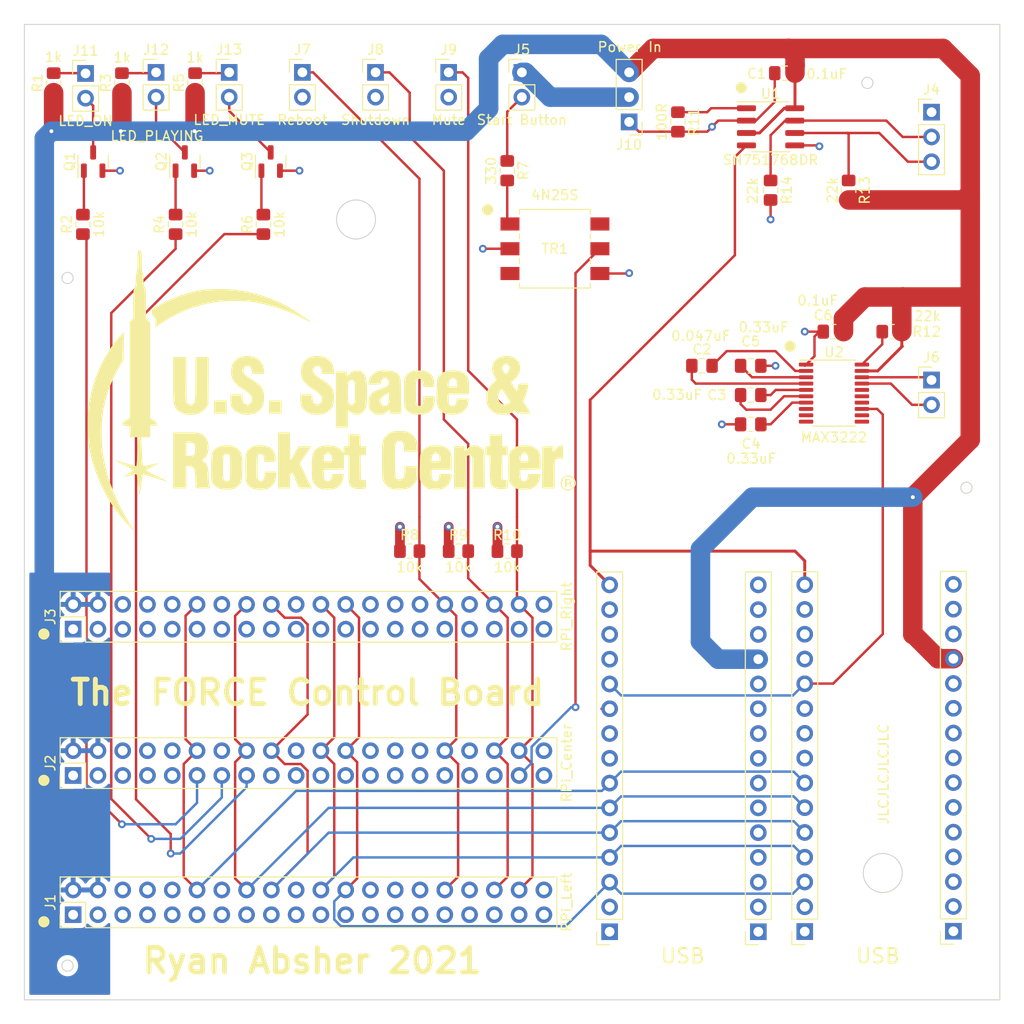
<source format=kicad_pcb>
(kicad_pcb (version 20210606) (generator pcbnew)
  (layers (0 "F.Cu" signal) (1 "In1.Cu" signal) (2 "In2.Cu" signal) (31 "B.Cu" signal) (34 "B.Paste" user) (35 "F.Paste" user) (36 "B.SilkS" user "B.Silkscreen") (37 "F.SilkS" user "F.Silkscreen") (38 "B.Mask" user) (39 "F.Mask" user) (44 "Edge.Cuts" user))
  (net 0 "")
  (net 1 "GND")
  (net 2 "RS_232_DATA")
  (net 3 "DMX_DATA")
  (net 4 "COMM_BIT_0")
  (net 5 "COMM_BIT_1")
  (net 6 "COMM_BIT_2")
  (net 7 "+5V")
  (net 8 "COMM_BIT_3")
  (net 9 "COMM_BIT_4")
  (net 10 "+3V3")
  (net 26 "REBOOT")
  (net 29 "SHUTDOWN")
  (net 31 "MUTE")
  (net 38 "LED_ON")
  (net 39 "LED_PLAYING")
  (net 40 "LED_MUTE")
  (net 70 "DMXB")
  (net 71 "DMXA")
  (net 72 "+12V")
  (net 73 "Net-(J5-Pad2)")
  (net 74 "RS232_OUT")
  (net 75 "Net-(J11-Pad1)")
  (net 76 "Net-(J11-Pad2)")
  (net 77 "Net-(J12-Pad1)")
  (net 78 "Net-(J12-Pad2)")
  (net 79 "Net-(J13-Pad1)")
  (net 80 "Net-(J13-Pad2)")
  (net 84 "Net-(R7-Pad2)")
  (net 86 "START_BUTTON")
  (net 88 "Net-(R11-Pad1)")
  (net 89 "Net-(C2-Pad2)")
  (net 90 "/DMX_RS232/V+")
  (net 91 "Net-(C2-Pad1)")
  (net 92 "Net-(C3-Pad2)")
  (net 93 "Net-(C3-Pad1)")
  (net 94 "Net-(C4-Pad2)")
  (net 103 "Net-(R12-Pad2)")
  (net 120 "unconnected-(J15-Pad10)")
  (net 141 "Net-(Q1-Pad1)")
  (net 142 "Net-(Q2-Pad1)")
  (net 143 "Net-(Q3-Pad1)")
  (footprint "Resistor_SMD:R_0805_2012Metric_Pad1.20x1.40mm_HandSolder" (layer "F.Cu") (at 117.5 56 90)
    (fp_text reference "R5")
    (fp_text value "1k")
  )
  (footprint "Connector_PinHeader_2.54mm:PinHeader_1x03_P2.54mm_Vertical" (layer "F.Cu") (at 162 60 180)
    (fp_text reference "J10")
    (fp_text value "Power In")
  )
  (footprint "Connector_PinSocket_2.54mm:PinSocket_1x15_P2.54mm_Vertical" (layer "F.Cu") (at 180 143 180)
    (fp_text reference "J17" hide)
    (fp_text value "Conn_01x15")
  )
  (footprint "Connector_PinSocket_2.54mm:PinSocket_1x15_P2.54mm_Vertical" (layer "F.Cu") (at 175.24 143.02 180)
    (fp_text reference "J16" hide)
    (fp_text value "Conn_01x15")
  )
  (footprint "Capacitor_SMD:C_0805_2012Metric_Pad1.18x1.45mm_HandSolder" (layer "F.Cu") (at 177.9625 55)
    (fp_text reference "C1")
    (fp_text value "0.1uF")
  )
  (footprint "Resistor_SMD:R_0805_2012Metric_Pad1.20x1.40mm_HandSolder" (layer "F.Cu") (at 167 60 -90)
    (fp_text reference "R11")
    (fp_text value "100R")
  )
  (footprint "Resistor_SMD:R_0805_2012Metric_Pad1.20x1.40mm_HandSolder" (layer "F.Cu") (at 106 70.5 90)
    (fp_text reference "R2")
    (fp_text value "10k")
  )
  (footprint "Connector_PinHeader_2.54mm:PinHeader_2x20_P2.54mm_Vertical" (layer "F.Cu") (at 105 127 90)
    (fp_text reference "J2")
    (fp_text value "RPi_Center")
  )
  (footprint "Capacitor_SMD:C_0805_2012Metric_Pad1.18x1.45mm_HandSolder" (layer "F.Cu") (at 182.9375 81.5)
    (fp_text reference "C6")
    (fp_text value "0.1uF")
  )
  (footprint "Connector_PinHeader_2.54mm:PinHeader_1x02_P2.54mm_Vertical" (layer "F.Cu") (at 136 54.92)
    (fp_text reference "J8")
    (fp_text value "Shutdown")
  )
  (footprint "Resistor_SMD:R_0805_2012Metric_Pad1.20x1.40mm_HandSolder" (layer "F.Cu") (at 110 56 90)
    (fp_text reference "R3")
    (fp_text value "1k")
  )
  (footprint "Resistor_SMD:R_0805_2012Metric_Pad1.20x1.40mm_HandSolder" (layer "F.Cu") (at 124.5 70.5 90)
    (fp_text reference "R6")
    (fp_text value "10k")
  )
  (footprint "Capacitor_SMD:C_0805_2012Metric_Pad1.18x1.45mm_HandSolder" (layer "F.Cu") (at 174.4625 85 180)
    (fp_text reference "C5")
    (fp_text value "0.33uF")
  )
  (footprint "Resistor_SMD:R_0805_2012Metric_Pad1.20x1.40mm_HandSolder" (layer "F.Cu") (at 144.5 104)
    (fp_text reference "R9")
    (fp_text value "10k")
  )
  (footprint "Connector_PinHeader_2.54mm:PinHeader_2x20_P2.54mm_Vertical" (layer "F.Cu") (at 105 112 90)
    (fp_text reference "J3")
    (fp_text value "RPi_Right")
  )
  (footprint "Package_SO:TSSOP-20_4.4x6.5mm_P0.65mm" (layer "F.Cu") (at 183 87.8)
    (fp_text reference "U2")
    (fp_text value "MAX3222")
  )
  (footprint "Resistor_SMD:R_0805_2012Metric_Pad1.20x1.40mm_HandSolder" (layer "F.Cu") (at 188.95 81.5 180)
    (fp_text reference "R12")
    (fp_text value "22k")
  )
  (footprint "Resistor_SMD:R_0805_2012Metric_Pad1.20x1.40mm_HandSolder" (layer "F.Cu") (at 115.5 70.5 90)
    (fp_text reference "R4")
    (fp_text value "10k")
  )
  (footprint "Connector_PinHeader_2.54mm:PinHeader_1x02_P2.54mm_Vertical" (layer "F.Cu") (at 151 54.92)
    (fp_text reference "J5")
    (fp_text value "Start Button")
  )
  (footprint "Connector_PinHeader_2.54mm:PinHeader_1x02_P2.54mm_Vertical" (layer "F.Cu") (at 121 54.92)
    (fp_text reference "J13")
    (fp_text value "LED_MUTE")
  )
  (footprint "Capacitor_SMD:C_0805_2012Metric_Pad1.18x1.45mm_HandSolder" (layer "F.Cu") (at 169.4625 85)
    (fp_text reference "C2")
    (fp_text value "0.047uF")
  )
  (footprint "Package_TO_SOT_SMD:SOT-23" (layer "F.Cu") (at 116.45 64.0625 90)
    (fp_text reference "Q2")
    (fp_text value "MMBT3904")
  )
  (footprint "Connector_PinHeader_2.54mm:PinHeader_1x02_P2.54mm_Vertical" (layer "F.Cu") (at 143.5 54.92)
    (fp_text reference "J9")
    (fp_text value "Mute")
  )
  (footprint "Resistor_SMD:R_0805_2012Metric_Pad1.20x1.40mm_HandSolder" (layer "F.Cu") (at 103 56 90)
    (fp_text reference "R1")
    (fp_text value "1k")
  )
  (footprint "Connector_PinHeader_2.54mm:PinHeader_1x02_P2.54mm_Vertical" (layer "F.Cu") (at 113.5 54.92)
    (fp_text reference "J12")
    (fp_text value "LED_PLAYING")
  )
  (footprint "Connector_PinSocket_2.54mm:PinSocket_1x15_P2.54mm_Vertical" (layer "F.Cu") (at 160 143.02 180)
    (fp_text reference "J15" hide)
    (fp_text value "Conn_01x15")
  )
  (footprint "Connector_PinHeader_2.54mm:PinHeader_1x03_P2.54mm_Vertical" (layer "F.Cu") (at 193 59)
    (fp_text reference "J4")
    (fp_text value "XLR3_Ground")
  )
  (footprint "Package_TO_SOT_SMD:SOT-23" (layer "F.Cu") (at 125.25 64.0625 90)
    (fp_text reference "Q3")
    (fp_text value "MMBT3904")
  )
  (footprint "Capacitor_SMD:C_0805_2012Metric_Pad1.18x1.45mm_HandSolder" (layer "F.Cu") (at 174.4625 88)
    (fp_text reference "C3")
    (fp_text value "0.33uF")
  )
  (footprint "Connector_PinHeader_2.54mm:PinHeader_2x20_P2.54mm_Vertical" (layer "F.Cu") (at 105 141.275 90)
    (fp_text reference "J1")
    (fp_text value "RPi_Left")
  )
  (footprint "Resistor_SMD:R_0805_2012Metric_Pad1.20x1.40mm_HandSolder" (layer "F.Cu") (at 176.5 67 -90)
    (fp_text reference "R14")
    (fp_text value "22k")
  )
  (footprint "Package_SO:SOIC-8_3.9x4.9mm_P1.27mm" (layer "F.Cu") (at 176.5 60.5)
    (fp_text reference "U1")
    (fp_text value "SN75176BDR")
  )
  (footprint "Resistor_SMD:R_0805_2012Metric_Pad1.20x1.40mm_HandSolder" (layer "F.Cu") (at 139.5 104)
    (fp_text reference "R8")
    (fp_text value "10k")
  )
  (footprint "Resistor_SMD:R_0805_2012Metric_Pad1.20x1.40mm_HandSolder" (layer "F.Cu") (at 149.5 104)
    (fp_text reference "R10")
    (fp_text value "10k")
  )
  (footprint "Package_TO_SOT_SMD:SOT-23" (layer "F.Cu") (at 107.05 64.0625 90)
    (fp_text reference "Q1")
    (fp_text value "MMBT3904")
  )
  (footprint "Connector_PinHeader_2.54mm:PinHeader_1x02_P2.54mm_Vertical" (layer "F.Cu") (at 128.5 54.92)
    (fp_text reference "J7")
    (fp_text value "Reboot")
  )
  (footprint "footprints:logo" (layer "F.Cu") (at 131.5 87.5)
    (fp_text reference "G***" hide)
    (fp_text value "LOGO" hide)
  )
  (footprint "Connector_PinHeader_2.54mm:PinHeader_1x02_P2.54mm_Vertical" (layer "F.Cu") (at 193 86.46)
    (fp_text reference "J6")
    (fp_text value "To DB9")
  )
  (footprint "Capacitor_SMD:C_0805_2012Metric_Pad1.18x1.45mm_HandSolder" (layer "F.Cu") (at 174.4625 91)
    (fp_text reference "C4")
    (fp_text value "0.33uF")
  )
  (footprint "Resistor_SMD:R_0805_2012Metric_Pad1.20x1.40mm_HandSolder" (layer "F.Cu") (at 149.5 65 -90)
    (fp_text reference "R7")
    (fp_text value "330")
  )
  (footprint "Connector_PinSocket_2.54mm:PinSocket_1x15_P2.54mm_Vertical" (layer "F.Cu") (at 195.24 142.97 180)
    (fp_text reference "J14" hide)
    (fp_text value "Conn_01x15")
  )
  (footprint "Connector_PinHeader_2.54mm:PinHeader_1x02_P2.54mm_Vertical" (layer "F.Cu") (at 106.27 55.0275)
    (fp_text reference "J11")
    (fp_text value "LED_ON")
  )
  (footprint "Resistor_SMD:R_0805_2012Metric_Pad1.20x1.40mm_HandSolder" (layer "F.Cu") (at 184.5 67 -90)
    (fp_text reference "R13")
    (fp_text value "22k")
  )
  (footprint "footprints:4N25S" (layer "F.Cu") (at 154.3899 73)
    (fp_text reference "TR1")
    (fp_text value "4N25S")
  )
  (gr_circle (center 173.5 56.5) (end 174 56.5) (layer "F.SilkS") (width 0.15) (fill solid))
  (gr_circle (center 147.5 69) (end 148 69) (layer "F.SilkS") (width 0.15) (fill solid))
  (gr_circle (center 102 112.5) (end 102.5 112.5) (layer "F.SilkS") (width 0.15) (fill solid))
  (gr_circle (center 102 127.5) (end 102.5 127.5) (layer "F.SilkS") (width 0.15) (fill solid))
  (gr_circle (center 102 142) (end 102.5 142) (layer "F.SilkS") (width 0.15) (fill solid))
  (gr_circle (center 178.5 83) (end 179 83) (layer "F.SilkS") (width 0.15) (fill solid))
  (gr_line (start 200 50) (end 200 150) (layer "Edge.Cuts") (width 0.1))
  (gr_circle (center 188 137) (end 190 137) (layer "Edge.Cuts") (width 0.1) (fill none))
  (gr_circle locked (center 104.424 146.5) (end 105 146.5) (layer "Edge.Cuts") (width 0.1) (fill none))
  (gr_line (start 200 150) (end 100 150) (layer "Edge.Cuts") (width 0.1))
  (gr_line (start 100 150) (end 100 50) (layer "Edge.Cuts") (width 0.1))
  (gr_line (start 100 50) (end 200 50) (layer "Edge.Cuts") (width 0.1))
  (gr_circle locked (center 186.424 56) (end 187 56) (layer "Edge.Cuts") (width 0.1) (fill none))
  (gr_circle (center 134 70) (end 136 70) (layer "Edge.Cuts") (width 0.1) (fill none))
  (gr_circle locked (center 196.576 97.5) (end 197.152 97.5) (layer "Edge.Cuts") (width 0.1) (fill none))
  (gr_circle locked (center 104.424 76) (end 105 76) (layer "Edge.Cuts") (width 0.1) (fill none))
  (gr_text "USB" (at 167.5 145.5) (layer "F.SilkS") (effects (font (size 1.5 1.5) (thickness 0.2))))
  (gr_text "Ryan Absher 2021" (at 129.5 146) (layer "F.SilkS") (effects (font (size 2.5 2.5) (thickness 0.5))))
  (gr_text "USB" (at 187.5 145.5) (layer "F.SilkS") (effects (font (size 1.5 1.5) (thickness 0.2))))
  (gr_text "JLCJLCJLCJLC" (at 188.08 126.85 90) (layer "F.SilkS") (effects (font (size 1 1))))
  (gr_text "The FORCE Control Board" (at 129 118.5) (layer "F.SilkS") (effects (font (size 2.5 2.5) (thickness 0.5))))
  (segment (start 171.135 59.865) (end 174.025 59.865) (width 0.25) (layer "F.Cu") (net 1))
  (segment (start 173.425 91) (end 171.5 91) (width 0.25) (layer "F.Cu") (net 1))
  (segment (start 170.5 60.5) (end 171.135 59.865) (width 0.25) (layer "F.Cu") (net 1))
  (segment (start 181.9 81.5) (end 180 81.5) (width 0.25) (layer "F.Cu") (net 1))
  (segment (start 181.405 62.405) (end 181.5 62.5) (width 0.25) (layer "F.Cu") (net 1))
  (segment (start 167 61) (end 170 61) (width 0.25) (layer "F.Cu") (net 1))
  (segment (start 192.715 86.175) (end 193 86.46) (width 0.25) (layer "F.Cu") (net 1))
  (segment (start 117.4 65) (end 119 65) (width 0.25) (layer "F.Cu") (net 1))
  (segment (start 167 61) (end 163 61) (width 0.25) (layer "F.Cu") (net 1))
  (segment (start 163 61) (end 162 60) (width 0.25) (layer "F.Cu") (net 1))
  (segment (start 176.925 55) (end 176.925 57.94) (width 0.25) (layer "F.Cu") (net 1))
  (segment (start 126.2 65) (end 128.2 65) (width 0.25) (layer "F.Cu") (net 1))
  (segment (start 161.96 75.54) (end 162 75.5) (width 0.25) (layer "F.Cu") (net 1))
  (segment (start 178.975 62.405) (end 181.405 62.405) (width 0.25) (layer "F.Cu") (net 1))
  (segment (start 108 65) (end 109.8 65) (width 0.25) (layer "F.Cu") (net 1))
  (segment (start 149.7798 73) (end 147 73) (width 0.25) (layer "F.Cu") (net 1))
  (segment (start 175 59.865) (end 174.025 59.865) (width 0.25) (layer "F.Cu") (net 1))
  (segment (start 170 61) (end 170.5 60.5) (width 0.25) (layer "F.Cu") (net 1))
  (segment (start 176.5 68) (end 176.5 70) (width 0.25) (layer "F.Cu") (net 1))
  (segment (start 180.1375 84.875) (end 181 84.0125) (width 0.25) (layer "F.Cu") (net 1))
  (segment (start 181 84.0125) (end 181 82) (width 0.25) (layer "F.Cu") (net 1))
  (segment (start 181.5 81.5) (end 181.9 81.5) (width 0.25) (layer "F.Cu") (net 1))
  (segment (start 175.5 85) (end 177 85) (width 0.25) (layer "F.Cu") (net 1))
  (segment (start 185.8625 86.175) (end 192.715 86.175) (width 0.25) (layer "F.Cu") (net 1))
  (segment (start 159 75.54) (end 161.96 75.54) (width 0.25) (layer "F.Cu") (net 1))
  (segment (start 176.925 57.94) (end 175 59.865) (width 0.25) (layer "F.Cu") (net 1))
  (segment (start 181 82) (end 181.5 81.5) (width 0.25) (layer "F.Cu") (net 1))
  (segment (start 180.0125 85) (end 180.1375 84.875) (width 0.25) (layer "F.Cu") (net 1))
  (via (at 147 73) (size 0.8) (drill 0.4) (layers "F.Cu" "B.Cu") (net 1))
  (via (at 170.5 60.5) (size 0.8) (drill 0.4) (layers "F.Cu" "B.Cu") (net 1))
  (via (at 109.8 65) (size 0.8) (drill 0.4) (layers "F.Cu" "B.Cu") (net 1))
  (via (at 180 81.5) (size 0.8) (drill 0.4) (layers "F.Cu" "B.Cu") (net 1))
  (via (at 181.5 62.5) (size 0.8) (drill 0.4) (layers "F.Cu" "B.Cu") (net 1))
  (via (at 177 85) (size 0.8) (drill 0.4) (layers "F.Cu" "B.Cu") (net 1))
  (via (at 119 65) (size 0.8) (drill 0.4) (layers "F.Cu" "B.Cu") (net 1))
  (via (at 171.5 91) (size 0.8) (drill 0.4) (layers "F.Cu" "B.Cu") (net 1))
  (via (at 128.2 65) (size 0.8) (drill 0.4) (layers "F.Cu" "B.Cu") (net 1))
  (via (at 176.5 70) (size 0.8) (drill 0.4) (layers "F.Cu" "B.Cu") (net 1))
  (via (at 162 75.5) (size 0.8) (drill 0.4) (layers "F.Cu" "B.Cu") (net 1))
  (segment (start 182.92 117.58) (end 180 117.58) (width 0.25) (layer "F.Cu") (net 2))
  (segment (start 188 90) (end 188 112.5) (width 0.25) (layer "F.Cu") (net 2))
  (segment (start 187.425 89.425) (end 188 90) (width 0.25) (layer "F.Cu") (net 2))
  (segment (start 188 112.5) (end 182.92 117.58) (width 0.25) (layer "F.Cu") (net 2))
  (segment (start 185.8625 89.425) (end 187.425 89.425) (width 0.25) (layer "F.Cu") (net 2))
  (segment (start 178.785489 118.794511) (end 161.174511 118.794511) (width 0.25) (layer "B.Cu") (net 2))
  (segment (start 180 117.58) (end 178.785489 118.794511) (width 0.25) (layer "B.Cu") (net 2))
  (segment (start 161.174511 118.794511) (end 160 117.62) (width 0.25) (layer "B.Cu") (net 2))
  (segment (start 172.84 63.59) (end 172.84 73.66) (width 0.25) (layer "F.Cu") (net 3))
  (segment (start 172.84 73.66) (end 158 88.5) (width 0.25) (layer "F.Cu") (net 3))
  (segment (start 174.025 62.405) (end 172.84 63.59) (width 0.25) (layer "F.Cu") (net 3))
  (segment (start 158 105.46) (end 160 107.46) (width 0.3) (layer "F.Cu") (net 3))
  (segment (start 180 105) (end 180 107.44) (width 0.3) (layer "F.Cu") (net 3))
  (segment (start 158 104) (end 179 104) (width 0.3) (layer "F.Cu") (net 3))
  (segment (start 158 88.5) (end 158 104) (width 0.3) (layer "F.Cu") (net 3))
  (segment (start 158 104) (end 158 105.46) (width 0.3) (layer "F.Cu") (net 3))
  (segment (start 179 104) (end 180 105) (width 0.3) (layer "F.Cu") (net 3))
  (segment (start 117.7 124.46) (end 116.334511 125.825489) (width 0.25) (layer "F.Cu") (net 4))
  (segment (start 116.334511 137.369511) (end 117.7 138.735) (width 0.25) (layer "F.Cu") (net 4))
  (segment (start 116.525489 123.285489) (end 117.7 124.46) (width 0.25) (layer "F.Cu") (net 4))
  (segment (start 116.334511 125.825489) (end 116.334511 137.369511) (width 0.25) (layer "F.Cu") (net 4))
  (segment (start 116.525489 110.634511) (end 116.525489 123.285489) (width 0.25) (layer "F.Cu") (net 4))
  (segment (start 117.7 109.46) (end 116.525489 110.634511) (width 0.25) (layer "F.Cu") (net 4))
  (segment (start 160 127.78) (end 159.200001 128.579999) (width 0.25) (layer "B.Cu") (net 4))
  (segment (start 127.855001 128.579999) (end 117.7 138.735) (width 0.25) (layer "B.Cu") (net 4))
  (segment (start 178.865489 126.605489) (end 161.174511 126.605489) (width 0.25) (layer "B.Cu") (net 4))
  (segment (start 161.174511 126.605489) (end 160 127.78) (width 0.25) (layer "B.Cu") (net 4))
  (segment (start 180 127.74) (end 178.865489 126.605489) (width 0.25) (layer "B.Cu") (net 4))
  (segment (start 159.200001 128.579999) (end 127.855001 128.579999) (width 0.25) (layer "B.Cu") (net 4))
  (segment (start 121.605489 137.560489) (end 122.78 138.735) (width 0.25) (layer "F.Cu") (net 5))
  (segment (start 121.605489 123.285489) (end 122.78 124.46) (width 0.25) (layer "F.Cu") (net 5))
  (segment (start 122.78 109.46) (end 121.605489 110.634511) (width 0.25) (layer "F.Cu") (net 5))
  (segment (start 121.605489 125.634511) (end 121.605489 137.560489) (width 0.25) (layer "F.Cu") (net 5))
  (segment (start 121.605489 110.634511) (end 121.605489 123.285489) (width 0.25) (layer "F.Cu") (net 5))
  (segment (start 122.78 124.46) (end 121.605489 125.634511) (width 0.25) (layer "F.Cu") (net 5))
  (segment (start 178.865489 129.145489) (end 161.174511 129.145489) (width 0.25) (layer "B.Cu") (net 5))
  (segment (start 131.195 130.32) (end 122.78 138.735) (width 0.25) (layer "B.Cu") (net 5))
  (segment (start 161.174511 129.145489) (end 160 130.32) (width 0.25) (layer "B.Cu") (net 5))
  (segment (start 160 130.32) (end 131.195 130.32) (width 0.25) (layer "B.Cu") (net 5))
  (segment (start 180 130.28) (end 178.865489 129.145489) (width 0.25) (layer "B.Cu") (net 5))
  (segment (start 126.685489 110.825489) (end 128.346499 110.825489) (width 0.25) (layer "F.Cu") (net 6))
  (segment (start 128.346499 125.825489) (end 129.034511 126.513501) (width 0.25) (layer "F.Cu") (net 6))
  (segment (start 128.346499 110.825489) (end 129.034511 111.513501) (width 0.25) (layer "F.Cu") (net 6))
  (segment (start 126.685489 125.825489) (end 128.346499 125.825489) (width 0.25) (layer "F.Cu") (net 6))
  (segment (start 129.034511 111.513501) (end 129.034511 120.745489) (width 0.25) (layer "F.Cu") (net 6))
  (segment (start 129.034511 135.020489) (end 125.32 138.735) (width 0.25) (layer "F.Cu") (net 6))
  (segment (start 129.034511 126.513501) (end 129.034511 135.020489) (width 0.25) (layer "F.Cu") (net 6))
  (segment (start 125.32 109.46) (end 126.685489 110.825489) (width 0.25) (layer "F.Cu") (net 6))
  (segment (start 129.034511 120.745489) (end 125.32 124.46) (width 0.25) (layer "F.Cu") (net 6))
  (segment (start 125.32 124.46) (end 126.685489 125.825489) (width 0.25) (layer "F.Cu") (net 6))
  (segment (start 180 132.82) (end 178.865489 131.685489) (width 0.25) (layer "B.Cu") (net 6))
  (segment (start 178.865489 131.685489) (end 161.174511 131.685489) (width 0.25) (layer "B.Cu") (net 6))
  (segment (start 131.195 132.86) (end 125.32 138.735) (width 0.25) (layer "B.Cu") (net 6))
  (segment (start 160 132.86) (end 131.195 132.86) (width 0.25) (layer "B.Cu") (net 6))
  (segment (start 161.174511 131.685489) (end 160 132.86) (width 0.25) (layer "B.Cu") (net 6))
  (segment (start 103 57) (end 103 60.72) (width 2) (layer "F.Cu") (net 7))
  (segment (start 117.5 57) (end 117.5 60.89) (width 2) (layer "F.Cu") (net 7))
  (segment (start 103 60.72) (end 102.77 60.95) (width 2) (layer "F.Cu") (net 7))
  (segment (start 189.95 80.8) (end 189.95 81.5) (width 0.25) (layer "F.Cu") (net 7))
  (segment (start 194.18 52.47) (end 196.97 55.26) (width 2) (layer "F.Cu") (net 7))
  (segment (start 189.95 82.95) (end 189.95 81.5) (width 0.3) (layer "F.Cu") (net 7))
  (segment (start 110 60.83) (end 109.88 60.95) (width 2) (layer "F.Cu") (net 7))
  (segment (start 179.01 53.15) (end 178.33 52.47) (width 2) (layer "F.Cu") (net 7))
  (segment (start 164.45 52.47) (end 162 54.92) (width 2) (layer "F.Cu") (net 7))
  (segment (start 186.154538 77.95) (end 190.05 77.95) (width 2) (layer "F.Cu") (net 7))
  (segment (start 193.66 115.03) (end 195.24 115.03) (width 2) (layer "F.Cu") (net 7))
  (segment (start 183.975 80.129538) (end 186.154538 77.95) (width 2) (layer "F.Cu") (net 7))
  (segment (start 196.97 55.26) (end 196.97 67.3) (width 2) (layer "F.Cu") (net 7))
  (segment (start 196.97 67.3) (end 196.97 77.53) (width 2) (layer "F.Cu") (net 7))
  (segment (start 196.55 77.95) (end 196.97 77.53) (width 2) (layer "F.Cu") (net 7))
  (segment (start 191.18 112.55) (end 193.66 115.03) (width 2) (layer "F.Cu") (net 7))
  (segment (start 183.975 81.5) (end 183.975 80.129538) (width 2) (layer "F.Cu") (net 7))
  (segment (start 189.95 78.05) (end 190.05 77.95) (width 2) (layer "F.Cu") (net 7))
  (segment (start 178.33 52.47) (end 164.45 52.47) (width 2) (layer "F.Cu") (net 7))
  (segment (start 175.365 61.135) (end 177.905 58.595) (width 0.3) (layer "F.Cu") (net 7))
  (segment (start 174.025 61.135) (end 175.365 61.135) (width 0.3) (layer "F.Cu") (net 7))
  (segment (start 177.905 58.595) (end 178.975 58.595) (width 0.3) (layer "F.Cu") (net 7))
  (segment (start 179 54.205498) (end 179.01 54.195498) (width 2) (layer "F.Cu") (net 7))
  (segment (start 187.475 85.525) (end 190 83) (width 0.3) (layer "F.Cu") (net 7))
  (segment (start 179 55) (end 179 54.205498) (width 2) (layer "F.Cu") (net 7))
  (segment (start 185.8625 85.525) (end 187.475 85.525) (width 0.3) (layer "F.Cu") (net 7))
  (segment (start 190.05 77.95) (end 196.55 77.95) (width 2) (layer "F.Cu") (net 7))
  (segment (start 110 57) (end 110 60.83) (width 2) (layer "F.Cu") (net 7))
  (segment (start 117.5 60.89) (end 117.44 60.95) (width 2) (layer "F.Cu") (net 7))
  (segment (start 196.97 77.53) (end 196.97 92.58) (width 2) (layer "F.Cu") (net 7))
  (segment (start 189.95 81.5) (end 189.95 78.05) (width 2) (layer "F.Cu") (net 7))
  (segment (start 179 58.57) (end 178.975 58.595) (width 0.3) (layer "F.Cu") (net 7))
  (segment (start 191.08 98.47) (end 191.08 112.55) (width 2) (layer "F.Cu") (net 7))
  (segment (start 190 80.75) (end 189.95 80.8) (width 0.25) (layer "F.Cu") (net 7))
  (segment (start 196.27 68) (end 196.97 67.3) (width 2) (layer "F.Cu") (net 7))
  (segment (start 191.08 112.55) (end 191.18 112.55) (width 2) (layer "F.Cu") (net 7))
  (segment (start 179 55) (end 179 58.57) (width 0.3) (layer "F.Cu") (net 7))
  (segment (start 196.97 92.58) (end 191.08 98.47) (width 2) (layer "F.Cu") (net 7))
  (segment (start 184.5 68) (end 196.27 68) (width 2) (layer "F.Cu") (net 7))
  (segment (start 178.33 52.47) (end 194.18 52.47) (width 2) (layer "F.Cu") (net 7))
  (segment (start 190 83) (end 189.95 82.95) (width 0.3) (layer "F.Cu") (net 7))
  (segment (start 179.01 54.195498) (end 179.01 53.15) (width 2) (layer "F.Cu") (net 7))
  (via (at 117.44 60.95) (size 0.8) (drill 0.4) (layers "F.Cu" "B.Cu") (net 7))
  (via (at 109.88 60.95) (size 0.8) (drill 0.4) (layers "F.Cu" "B.Cu") (net 7))
  (via (at 191.08 98.47) (size 0.8) (drill 0.4) (layers "F.Cu" "B.Cu") (net 7))
  (via (at 102.77 60.95) (size 0.8) (drill 0.4) (layers "F.Cu" "B.Cu") (net 7))
  (segment (start 159.13 52.05) (end 149.04 52.05) (width 2) (layer "B.Cu") (net 7))
  (segment (start 169.31 113.27) (end 171.12 115.08) (width 2) (layer "B.Cu") (net 7))
  (segment (start 102.04 61.68) (end 102.04 109.85) (width 2) (layer "B.Cu") (net 7))
  (segment (start 147.59 58.64) (end 145.28 60.95) (width 2) (layer "B.Cu") (net 7))
  (segment (start 174.63 98.47) (end 169.31 103.79) (width 2) (layer "B.Cu") (net 7))
  (segment (start 109.88 60.95) (end 102.77 60.95) (width 2) (layer "B.Cu") (net 7))
  (segment (start 102.77 60.95) (end 102.04 61.68) (width 2) (layer "B.Cu") (net 7))
  (segment (start 145.28 60.95) (end 117.44 60.95) (width 2) (layer "B.Cu") (net 7))
  (segment (start 169.31 103.79) (end 169.31 113.27) (width 2) (layer "B.Cu") (net 7))
  (segment (start 171.12 115.08) (end 175.24 115.08) (width 2) (layer "B.Cu") (net 7))
  (segment (start 102.04 109.85) (end 101.91 109.98) (width 2) (layer "B.Cu") (net 7))
  (segment (start 149.04 52.05) (end 147.59 53.5) (width 2) (layer "B.Cu") (net 7))
  (segment (start 191.08 98.47) (end 174.63 98.47) (width 2) (layer "B.Cu") (net 7))
  (segment (start 117.44 60.95) (end 109.88 60.95) (width 2) (layer "B.Cu") (net 7))
  (segment (start 162 54.92) (end 159.13 52.05) (width 2) (layer "B.Cu") (net 7))
  (segment (start 147.59 53.5) (end 147.59 58.64) (width 2) (layer "B.Cu") (net 7))
  (segment (start 131.765489 110.825489) (end 131.765489 123.094511) (width 0.25) (layer "F.Cu") (net 8))
  (segment (start 130.4 109.46) (end 131.765489 110.825489) (width 0.25) (layer "F.Cu") (net 8))
  (segment (start 131.765489 137.369511) (end 130.4 138.735) (width 0.25) (layer "F.Cu") (net 8))
  (segment (start 130.4 124.46) (end 131.765489 125.825489) (width 0.25) (layer "F.Cu") (net 8))
  (segment (start 131.765489 123.094511) (end 130.4 124.46) (width 0.25) (layer "F.Cu") (net 8))
  (segment (start 131.765489 125.825489) (end 131.765489 137.369511) (width 0.25) (layer "F.Cu") (net 8))
  (segment (start 161.174511 134.225489) (end 160 135.4) (width 0.25) (layer "B.Cu") (net 8))
  (segment (start 160 135.4) (end 133.735 135.4) (width 0.25) (layer "B.Cu") (net 8))
  (segment (start 180 135.36) (end 178.865489 134.225489) (width 0.25) (layer "B.Cu") (net 8))
  (segment (start 178.865489 134.225489) (end 161.174511 134.225489) (width 0.25) (layer "B.Cu") (net 8))
  (segment (start 133.735 135.4) (end 130.4 138.735) (width 0.25) (layer "B.Cu") (net 8))
  (segment (start 132.94 124.46) (end 134.114511 125.634511) (width 0.25) (layer "F.Cu") (net 9))
  (segment (start 132.94 109.46) (end 134.305489 110.825489) (width 0.25) (layer "F.Cu") (net 9))
  (segment (start 134.114511 137.560489) (end 132.94 138.735) (width 0.25) (layer "F.Cu") (net 9))
  (segment (start 134.114511 125.634511) (end 134.114511 137.560489) (width 0.25) (layer "F.Cu") (net 9))
  (segment (start 134.305489 123.094511) (end 132.94 124.46) (width 0.25) (layer "F.Cu") (net 9))
  (segment (start 134.305489 110.825489) (end 134.305489 123.094511) (width 0.25) (layer "F.Cu") (net 9))
  (segment (start 132.449511 142.449511) (end 131.765489 141.765489) (width 0.25) (layer "B.Cu") (net 9))
  (segment (start 155.490489 142.449511) (end 132.449511 142.449511) (width 0.25) (layer "B.Cu") (net 9))
  (segment (start 131.765489 141.765489) (end 131.765489 139.909511) (width 0.25) (layer "B.Cu") (net 9))
  (segment (start 161.174511 139.114511) (end 160 137.94) (width 0.25) (layer "B.Cu") (net 9))
  (segment (start 178.785489 139.114511) (end 161.174511 139.114511) (width 0.25) (layer "B.Cu") (net 9))
  (segment (start 131.765489 139.909511) (end 132.94 138.735) (width 0.25) (layer "B.Cu") (net 9))
  (segment (start 180 137.9) (end 178.785489 139.114511) (width 0.25) (layer "B.Cu") (net 9))
  (segment (start 160 137.94) (end 155.490489 142.449511) (width 0.25) (layer "B.Cu") (net 9))
  (segment (start 138.5 104) (end 138.5 101.5) (width 1) (layer "F.Cu") (net 10))
  (segment (start 143.5 104) (end 143.5 101.5) (width 1) (layer "F.Cu") (net 10))
  (segment (start 148.5 104) (end 148.5 101.5) (width 1) (layer "F.Cu") (net 10))
  (via (at 143.5 101.5) (size 0.8) (drill 0.4) (layers "F.Cu" "B.Cu") (net 10))
  (via (at 138.5 101.5) (size 0.8) (drill 0.4) (layers "F.Cu" "B.Cu") (net 10))
  (via (at 148.5 101.5) (size 0.8) (drill 0.4) (layers "F.Cu" "B.Cu") (net 10))
  (segment (start 143.1 124.46) (end 144.465489 125.825489) (width 0.25) (layer "F.Cu") (net 26))
  (segment (start 140.5 100.5) (end 140.5 106.86) (width 0.25) (layer "F.Cu") (net 26))
  (segment (start 129.6 54.92) (end 140.5 65.82) (width 0.25) (layer "F.Cu") (net 26))
  (segment (start 140.5 106.86) (end 143.1 109.46) (width 0.25) (layer "F.Cu") (net 26))
  (segment (start 143.1 109.46) (end 144.274511 110.634511) (width 0.25) (layer "F.Cu") (net 26))
  (segment (start 144.274511 110.634511) (end 144.274511 123.285489) (width 0.25) (layer "F.Cu") (net 26))
  (segment (start 144.274511 123.285489) (end 143.1 124.46) (width 0.25) (layer "F.Cu") (net 26))
  (segment (start 144.465489 137.369511) (end 143.1 138.735) (width 0.25) (layer "F.Cu") (net 26))
  (segment (start 140.5 65.82) (end 140.5 100.5) (width 0.25) (layer "F.Cu") (net 26))
  (segment (start 128.5 54.92) (end 129.6 54.92) (width 0.25) (layer "F.Cu") (net 26))
  (segment (start 144.465489 125.825489) (end 144.465489 137.369511) (width 0.25) (layer "F.Cu") (net 26))
  (segment (start 143 65) (end 143 90.5) (width 0.25) (layer "F.Cu") (net 29))
  (segment (start 149.545489 125.825489) (end 149.545489 137.369511) (width 0.25) (layer "F.Cu") (net 29))
  (segment (start 145.5 106.78) (end 148.18 109.46) (width 0.25) (layer "F.Cu") (net 29))
  (segment (start 148.18 124.46) (end 149.545489 125.825489) (width 0.25) (layer "F.Cu") (net 29))
  (segment (start 148.18 109.46) (end 149.545489 110.825489) (width 0.25) (layer "F.Cu") (net 29))
  (segment (start 137.42 54.92) (end 139.5 57) (width 0.25) (layer "F.Cu") (net 29))
  (segment (start 149.545489 123.094511) (end 148.18 124.46) (width 0.25) (layer "F.Cu") (net 29))
  (segment (start 145.5 93) (end 145.5 100.5) (width 0.25) (layer "F.Cu") (net 29))
  (segment (start 145.5 100.5) (end 145.5 106.78) (width 0.25) (layer "F.Cu") (net 29))
  (segment (start 139.5 57) (end 139.5 61.5) (width 0.25) (layer "F.Cu") (net 29))
  (segment (start 143 90.5) (end 145.5 93) (width 0.25) (layer "F.Cu") (net 29))
  (segment (start 136 54.92) (end 137.42 54.92) (width 0.25) (layer "F.Cu") (net 29))
  (segment (start 149.545489 110.825489) (end 149.545489 123.094511) (width 0.25) (layer "F.Cu") (net 29))
  (segment (start 149.545489 137.369511) (end 148.18 138.735) (width 0.25) (layer "F.Cu") (net 29))
  (segment (start 139.5 61.5) (end 143 65) (width 0.25) (layer "F.Cu") (net 29))
  (segment (start 152.085489 123.094511) (end 150.72 124.46) (width 0.25) (layer "F.Cu") (net 31))
  (segment (start 150.5 109.24) (end 150.72 109.46) (width 0.25) (layer "F.Cu") (net 31))
  (segment (start 152.085489 110.825489) (end 152.085489 123.094511) (width 0.25) (layer "F.Cu") (net 31))
  (segment (start 145.5 55.5) (end 145.5 85.5) (width 0.25) (layer "F.Cu") (net 31))
  (segment (start 150.72 109.46) (end 152.085489 110.825489) (width 0.25) (layer "F.Cu") (net 31))
  (segment (start 150.72 124.46) (end 152.085489 125.825489) (width 0.25) (layer "F.Cu") (net 31))
  (segment (start 152.085489 137.369511) (end 150.72 138.735) (width 0.25) (layer "F.Cu") (net 31))
  (segment (start 152.085489 125.825489) (end 152.085489 137.369511) (width 0.25) (layer "F.Cu") (net 31))
  (segment (start 144.92 54.92) (end 145.5 55.5) (width 0.25) (layer "F.Cu") (net 31))
  (segment (start 143.5 54.92) (end 144.92 54.92) (width 0.25) (layer "F.Cu") (net 31))
  (segment (start 150.5 90.5) (end 150.5 100.5) (width 0.25) (layer "F.Cu") (net 31))
  (segment (start 150.5 100.5) (end 150.5 109.24) (width 0.25) (layer "F.Cu") (net 31))
  (segment (start 145.5 85.5) (end 150.5 90.5) (width 0.25) (layer "F.Cu") (net 31))
  (segment (start 106 71.5) (end 106.365489 71.865489) (width 0.25) (layer "F.Cu") (net 38))
  (segment (start 106.365489 71.865489) (end 106.365489 128.365489) (width 0.25) (layer "F.Cu") (net 38))
  (segment (start 106.365489 128.365489) (end 110 132) (width 0.25) (layer "F.Cu") (net 38))
  (via (at 110 132) (size 0.8) (drill 0.4) (layers "F.Cu" "B.Cu") (net 38))
  (segment (start 115.5 132) (end 117.7 129.8) (width 0.25) (layer "B.Cu") (net 38))
  (segment (start 117.7 129.8) (end 117.7 127) (width 0.25) (layer "B.Cu") (net 38))
  (segment (start 110 132) (end 115.5 132) (width 0.25) (layer "B.Cu") (net 38))
  (segment (start 115.5 73) (end 115.5 71.5) (width 0.25) (layer "F.Cu") (net 39))
  (segment (start 108.905489 129.405489) (end 108.905489 79.594511) (width 0.25) (layer "F.Cu") (net 39))
  (segment (start 108.905489 79.594511) (end 115.5 73) (width 0.25) (layer "F.Cu") (net 39))
  (segment (start 108.905489 129.405489) (end 113 133.5) (width 0.25) (layer "F.Cu") (net 39))
  (via (at 113 133.5) (size 0.8) (drill 0.4) (layers "F.Cu" "B.Cu") (net 39))
  (segment (start 120.24 129.26) (end 120.24 127) (width 0.25) (layer "B.Cu") (net 39))
  (segment (start 116 133.5) (end 120.24 129.26) (width 0.25) (layer "B.Cu") (net 39))
  (segment (start 113 133.5) (end 116 133.5) (width 0.25) (layer "B.Cu") (net 39))
  (segment (start 124.5 71.5) (end 120.5 71.5) (width 0.25) (layer "F.Cu") (net 40))
  (segment (start 111.445489 80.554511) (end 111.445489 129.445489) (width 0.25) (layer "F.Cu") (net 40))
  (segment (start 111.5 80.5) (end 111.445489 80.554511) (width 0.25) (layer "F.Cu") (net 40))
  (segment (start 120.5 71.5) (end 111.5 80.5) (width 0.25) (layer "F.Cu") (net 40))
  (segment (start 115 133) (end 115 135) (width 0.25) (layer "F.Cu") (net 40))
  (segment (start 111.445489 129.445489) (end 115 133) (width 0.25) (layer "F.Cu") (net 40))
  (via (at 115 135) (size 0.8) (drill 0.4) (layers "F.Cu" "B.Cu") (net 40))
  (segment (start 115 135) (end 115.982081 135) (width 0.25) (layer "B.Cu") (net 40))
  (segment (start 122.78 128.202081) (end 122.78 127) (width 0.25) (layer "B.Cu") (net 40))
  (segment (start 115.982081 135) (end 122.78 128.202081) (width 0.25) (layer "B.Cu") (net 40))
  (segment (start 190.04 61.54) (end 193 61.54) (width 0.25) (layer "F.Cu") (net 70))
  (segment (start 178 59.865) (end 176.5 61.365) (width 0.25) (layer "F.Cu") (net 70))
  (segment (start 188.365 59.865) (end 190.04 61.54) (width 0.25) (layer "F.Cu") (net 70))
  (segment (start 178.975 59.865) (end 188.365 59.865) (width 0.25) (layer "F.Cu") (net 70))
  (segment (start 178.975 59.865) (end 178 59.865) (width 0.25) (layer "F.Cu") (net 70))
  (segment (start 176.5 61.365) (end 176.5 66) (width 0.25) (layer "F.Cu") (net 70))
  (segment (start 190.58 64.08) (end 193 64.08) (width 0.25) (layer "F.Cu") (net 71))
  (segment (start 184.5 66) (end 184.5 61.27) (width 0.25) (layer "F.Cu") (net 71))
  (segment (start 184.5 61.27) (end 184.365 61.135) (width 0.25) (layer "F.Cu") (net 71))
  (segment (start 178.975 61.135) (end 184.365 61.135) (width 0.25) (layer "F.Cu") (net 71))
  (segment (start 184.365 61.135) (end 187.635 61.135) (width 0.25) (layer "F.Cu") (net 71))
  (segment (start 187.635 61.135) (end 190.58 64.08) (width 0.25) (layer "F.Cu") (net 71))
  (segment (start 162 57.46) (end 153.898447 57.46) (width 2) (layer "B.Cu") (net 72))
  (segment (start 153.898447 57.46) (end 151.358447 54.92) (width 2) (layer "B.Cu") (net 72))
  (segment (start 151.358447 54.92) (end 151 54.92) (width 2) (layer "B.Cu") (net 72))
  (segment (start 149.5 64) (end 149.5 58.96) (width 0.25) (layer "F.Cu") (net 73))
  (segment (start 149.5 58.96) (end 151 57.46) (width 0.25) (layer "F.Cu") (net 73))
  (segment (start 185.8625 86.825) (end 188.825 86.825) (width 0.25) (layer "F.Cu") (net 74))
  (segment (start 191 89) (end 193 89) (width 0.25) (layer "F.Cu") (net 74))
  (segment (start 188.825 86.825) (end 191 89) (width 0.25) (layer "F.Cu") (net 74))
  (segment (start 106.2425 55) (end 106.27 55.0275) (width 0.25) (layer "F.Cu") (net 75))
  (segment (start 103 55) (end 106.2425 55) (width 0.25) (layer "F.Cu") (net 75))
  (segment (start 107.05 58.3475) (end 106.27 57.5675) (width 0.25) (layer "F.Cu") (net 76))
  (segment (start 107.05 63.125) (end 107.05 58.3475) (width 0.25) (layer "F.Cu") (net 76))
  (segment (start 113.42 55) (end 113.5 54.92) (width 0.25) (layer "F.Cu") (net 77))
  (segment (start 110 55) (end 113.42 55) (width 0.25) (layer "F.Cu") (net 77))
  (segment (start 113.5 57.46) (end 113.5 60.175) (width 0.25) (layer "F.Cu") (net 78))
  (segment (start 113.5 60.175) (end 116.45 63.125) (width 0.25) (layer "F.Cu") (net 78))
  (segment (start 117.5 55) (end 120.92 55) (width 0.25) (layer "F.Cu") (net 79))
  (segment (start 120.92 55) (end 121 54.92) (width 0.25) (layer "F.Cu") (net 79))
  (segment (start 121 57.46) (end 121 58.875) (width 0.25) (layer "F.Cu") (net 80))
  (segment (start 121 58.875) (end 125.25 63.125) (width 0.25) (layer "F.Cu") (net 80))
  (segment (start 149.5 66) (end 149.5 70.1802) (width 0.25) (layer "F.Cu") (net 84))
  (segment (start 149.5 70.1802) (end 149.7798 70.46) (width 0.25) (layer "F.Cu") (net 84))
  (segment (start 159 73) (end 156.5 75.5) (width 0.25) (layer "F.Cu") (net 86))
  (segment (start 156.5 75.5) (end 156.5 120) (width 0.25) (layer "F.Cu") (net 86))
  (via (at 156.5 120) (size 0.8) (drill 0.4) (layers "F.Cu" "B.Cu") (net 86))
  (segment (start 152 125.72) (end 150.72 127) (width 0.25) (layer "B.Cu") (net 86))
  (segment (start 156.05899 120) (end 152 124.05899) (width 0.25) (layer "B.Cu") (net 86))
  (segment (start 152 124.05899) (end 152 125.72) (width 0.25) (layer "B.Cu") (net 86))
  (segment (start 156.5 120) (end 156.05899 120) (width 0.25) (layer "B.Cu") (net 86))
  (segment (start 167 59) (end 170 59) (width 0.25) (layer "F.Cu") (net 88))
  (segment (start 170 59) (end 170.405 58.595) (width 0.25) (layer "F.Cu") (net 88))
  (segment (start 170.405 58.595) (end 174.025 58.595) (width 0.25) (layer "F.Cu") (net 88))
  (segment (start 177 83.5) (end 172 83.5) (width 0.25) (layer "F.Cu") (net 89))
  (segment (start 179.025 85.525) (end 177 83.5) (width 0.25) (layer "F.Cu") (net 89))
  (segment (start 172 83.5) (end 170.5 85) (width 0.25) (layer "F.Cu") (net 89))
  (segment (start 180.1375 85.525) (end 179.025 85.525) (width 0.25) (layer "F.Cu") (net 89))
  (segment (start 174.6 86.175) (end 173.425 85) (width 0.25) (layer "F.Cu") (net 90))
  (segment (start 180.1375 86.175) (end 174.6 86.175) (width 0.25) (layer "F.Cu") (net 90))
  (segment (start 168.825 86.825) (end 168.425 86.425) (width 0.25) (layer "F.Cu") (net 91))
  (segment (start 168.425 86.425) (end 168.425 85) (width 0.25) (layer "F.Cu") (net 91))
  (segment (start 180.1375 86.825) (end 168.825 86.825) (width 0.25) (layer "F.Cu") (net 91))
  (segment (start 177.025 87.475) (end 180.1375 87.475) (width 0.25) (layer "F.Cu") (net 92))
  (segment (start 175.5 88) (end 176.5 88) (width 0.25) (layer "F.Cu") (net 92))
  (segment (start 176.5 88) (end 177.025 87.475) (width 0.25) (layer "F.Cu") (net 92))
  (segment (start 180.1375 88.125) (end 177.875 88.125) (width 0.25) (layer "F.Cu") (net 93))
  (segment (start 173.425 88.925) (end 173.425 88) (width 0.25) (layer "F.Cu") (net 93))
  (segment (start 174 89.5) (end 173.425 88.925) (width 0.25) (layer "F.Cu") (net 93))
  (segment (start 176.5 89.5) (end 174 89.5) (width 0.25) (layer "F.Cu") (net 93))
  (segment (start 177.875 88.125) (end 176.5 89.5) (width 0.25) (layer "F.Cu") (net 93))
  (segment (start 176.5 91) (end 178.725 88.775) (width 0.25) (layer "F.Cu") (net 94))
  (segment (start 175.5 91) (end 176.5 91) (width 0.25) (layer "F.Cu") (net 94))
  (segment (start 178.725 88.775) (end 180.1375 88.775) (width 0.25) (layer "F.Cu") (net 94))
  (segment (start 185.8625 84.875) (end 187.95 82.7875) (width 0.25) (layer "F.Cu") (net 103))
  (segment (start 187.95 82.7875) (end 187.95 81.5) (width 0.25) (layer "F.Cu") (net 103))
  (segment (start 159.16 120.16) (end 160 120.16) (width 0.25) (layer "F.Cu") (net 120))
  (segment (start 106.1 69.4) (end 106 69.5) (width 0.25) (layer "F.Cu") (net 141))
  (segment (start 106.1 65) (end 106.1 69.4) (width 0.25) (layer "F.Cu") (net 141))
  (segment (start 115.54 69.46) (end 115.5 69.5) (width 0.25) (layer "F.Cu") (net 142))
  (segment (start 115.5 65) (end 115.5 69.5) (width 0.25) (layer "F.Cu") (net 142))
  (segment (start 124.3 69.3) (end 124.5 69.5) (width 0.25) (layer "F.Cu") (net 143))
  (segment (start 124.3 65) (end 124.3 69.3) (width 0.25) (layer "F.Cu") (net 143))
  (segment (start 124.27 69.27) (end 124.5 69.5) (width 0.25) (layer "F.Cu") (net 143))
  (zone (net 7) (net_name "+5V") (layer "B.Cu") (priority 1) (connect_pads (clearance 0.508)) (min_thickness 0.254) (fill yes (thermal_gap 0.508) (thermal_bridge_width 0.508))
    (polygon (pts (xy 108.8 151.6) (xy 99.2 151.6) (xy 99.2 106.2) (xy 108.8 106.2)))
  )
)
</source>
